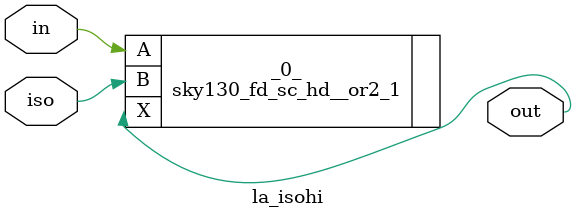
<source format=v>

/* Generated by Yosys 0.44 (git sha1 80ba43d26, g++ 11.4.0-1ubuntu1~22.04 -fPIC -O3) */

(* top =  1  *)
(* src = "generated" *)
(* keep_hierarchy *)
module la_isohi (
    iso,
    in,
    out
);
  (* src = "generated" *)
  input in;
  wire in;
  (* src = "generated" *)
  input iso;
  wire iso;
  (* src = "generated" *)
  output out;
  wire out;
  sky130_fd_sc_hd__or2_1 _0_ (
      .A(in),
      .B(iso),
      .X(out)
  );
endmodule

</source>
